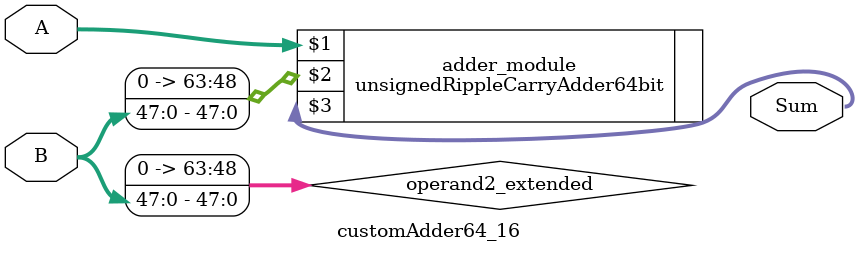
<source format=v>
module customAdder64_16(
                        input [63 : 0] A,
                        input [47 : 0] B,
                        
                        output [64 : 0] Sum
                );

        wire [63 : 0] operand2_extended;
        
        assign operand2_extended =  {16'b0, B};
        
        unsignedRippleCarryAdder64bit adder_module(
            A,
            operand2_extended,
            Sum
        );
        
        endmodule
        
</source>
